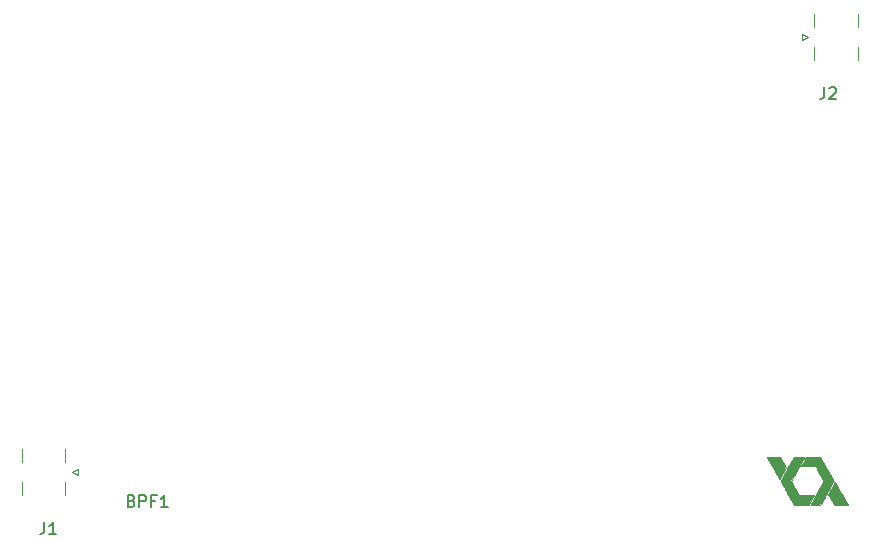
<source format=gbr>
%TF.GenerationSoftware,KiCad,Pcbnew,(5.1.5)-3*%
%TF.CreationDate,2020-11-10T23:28:26+01:00*%
%TF.ProjectId,Microstrip Filter,4d696372-6f73-4747-9269-702046696c74,1*%
%TF.SameCoordinates,Original*%
%TF.FileFunction,Legend,Top*%
%TF.FilePolarity,Positive*%
%FSLAX46Y46*%
G04 Gerber Fmt 4.6, Leading zero omitted, Abs format (unit mm)*
G04 Created by KiCad (PCBNEW (5.1.5)-3) date 2020-11-10 23:28:26*
%MOMM*%
%LPD*%
G04 APERTURE LIST*
%ADD10C,0.010000*%
%ADD11C,0.120000*%
%ADD12C,0.150000*%
G04 APERTURE END LIST*
D10*
%TO.C,G\002A\002A\002A*%
G36*
X92648840Y-67812672D02*
G01*
X93232111Y-67812989D01*
X93481976Y-68238731D01*
X93731840Y-68664473D01*
X93506816Y-69072381D01*
X93470491Y-69138245D01*
X93434457Y-69203613D01*
X93399272Y-69267468D01*
X93365497Y-69328793D01*
X93333691Y-69386572D01*
X93304413Y-69439788D01*
X93278223Y-69487425D01*
X93255680Y-69528465D01*
X93237345Y-69561893D01*
X93223775Y-69586692D01*
X93221359Y-69591119D01*
X93203474Y-69623780D01*
X93187070Y-69653477D01*
X93173025Y-69678641D01*
X93162216Y-69697703D01*
X93155522Y-69709096D01*
X93154107Y-69711273D01*
X93152620Y-69711273D01*
X93149758Y-69708632D01*
X93145299Y-69702967D01*
X93139022Y-69693896D01*
X93130705Y-69681039D01*
X93120127Y-69664014D01*
X93107066Y-69642438D01*
X93091302Y-69615931D01*
X93072612Y-69584111D01*
X93050775Y-69546596D01*
X93025570Y-69503005D01*
X92996775Y-69452956D01*
X92964169Y-69396067D01*
X92927530Y-69331957D01*
X92886637Y-69260244D01*
X92841269Y-69180547D01*
X92791203Y-69092483D01*
X92736219Y-68995672D01*
X92676095Y-68889732D01*
X92621388Y-68793287D01*
X92567461Y-68698196D01*
X92514901Y-68605512D01*
X92463991Y-68515732D01*
X92415011Y-68429353D01*
X92368245Y-68346873D01*
X92323973Y-68268787D01*
X92282477Y-68195593D01*
X92244039Y-68127788D01*
X92208941Y-68065869D01*
X92177463Y-68010332D01*
X92149889Y-67961674D01*
X92126499Y-67920393D01*
X92107575Y-67886985D01*
X92093399Y-67861947D01*
X92084253Y-67845776D01*
X92080528Y-67839167D01*
X92065568Y-67812356D01*
X92648840Y-67812672D01*
G37*
X92648840Y-67812672D02*
X93232111Y-67812989D01*
X93481976Y-68238731D01*
X93731840Y-68664473D01*
X93506816Y-69072381D01*
X93470491Y-69138245D01*
X93434457Y-69203613D01*
X93399272Y-69267468D01*
X93365497Y-69328793D01*
X93333691Y-69386572D01*
X93304413Y-69439788D01*
X93278223Y-69487425D01*
X93255680Y-69528465D01*
X93237345Y-69561893D01*
X93223775Y-69586692D01*
X93221359Y-69591119D01*
X93203474Y-69623780D01*
X93187070Y-69653477D01*
X93173025Y-69678641D01*
X93162216Y-69697703D01*
X93155522Y-69709096D01*
X93154107Y-69711273D01*
X93152620Y-69711273D01*
X93149758Y-69708632D01*
X93145299Y-69702967D01*
X93139022Y-69693896D01*
X93130705Y-69681039D01*
X93120127Y-69664014D01*
X93107066Y-69642438D01*
X93091302Y-69615931D01*
X93072612Y-69584111D01*
X93050775Y-69546596D01*
X93025570Y-69503005D01*
X92996775Y-69452956D01*
X92964169Y-69396067D01*
X92927530Y-69331957D01*
X92886637Y-69260244D01*
X92841269Y-69180547D01*
X92791203Y-69092483D01*
X92736219Y-68995672D01*
X92676095Y-68889732D01*
X92621388Y-68793287D01*
X92567461Y-68698196D01*
X92514901Y-68605512D01*
X92463991Y-68515732D01*
X92415011Y-68429353D01*
X92368245Y-68346873D01*
X92323973Y-68268787D01*
X92282477Y-68195593D01*
X92244039Y-68127788D01*
X92208941Y-68065869D01*
X92177463Y-68010332D01*
X92149889Y-67961674D01*
X92126499Y-67920393D01*
X92107575Y-67886985D01*
X92093399Y-67861947D01*
X92084253Y-67845776D01*
X92080528Y-67839167D01*
X92065568Y-67812356D01*
X92648840Y-67812672D01*
G36*
X97170547Y-68853647D02*
G01*
X97727536Y-69855427D01*
X97625493Y-70043214D01*
X97596593Y-70096445D01*
X97564220Y-70156156D01*
X97530039Y-70219269D01*
X97495716Y-70282708D01*
X97462916Y-70343395D01*
X97433304Y-70398253D01*
X97424574Y-70414445D01*
X97371086Y-70513519D01*
X97317849Y-70611788D01*
X97264225Y-70710414D01*
X97209578Y-70810560D01*
X97153268Y-70913387D01*
X97094660Y-71020058D01*
X97033115Y-71131734D01*
X96967996Y-71249577D01*
X96898664Y-71374750D01*
X96824484Y-71508414D01*
X96813709Y-71527811D01*
X96613793Y-71887645D01*
X96196494Y-71887645D01*
X96115353Y-71887611D01*
X96044864Y-71887501D01*
X95984392Y-71887306D01*
X95933300Y-71887014D01*
X95890951Y-71886614D01*
X95856710Y-71886096D01*
X95829940Y-71885447D01*
X95810006Y-71884658D01*
X95796270Y-71883718D01*
X95788097Y-71882615D01*
X95784850Y-71881339D01*
X95784908Y-71880589D01*
X95788600Y-71874409D01*
X95797269Y-71859000D01*
X95810529Y-71835068D01*
X95828000Y-71803320D01*
X95849296Y-71764464D01*
X95874036Y-71719205D01*
X95901836Y-71668249D01*
X95932313Y-71612305D01*
X95965084Y-71552079D01*
X95999766Y-71488276D01*
X96035975Y-71421604D01*
X96073328Y-71352770D01*
X96111443Y-71282480D01*
X96149936Y-71211441D01*
X96188424Y-71140360D01*
X96226523Y-71069942D01*
X96263852Y-71000896D01*
X96300026Y-70933927D01*
X96334662Y-70869742D01*
X96367378Y-70809048D01*
X96397790Y-70752552D01*
X96425514Y-70700960D01*
X96450169Y-70654978D01*
X96471371Y-70615315D01*
X96488736Y-70582675D01*
X96494128Y-70572489D01*
X96498066Y-70565280D01*
X96507022Y-70549038D01*
X96520530Y-70524598D01*
X96538130Y-70492796D01*
X96559358Y-70454468D01*
X96583750Y-70410451D01*
X96610843Y-70361579D01*
X96640176Y-70308689D01*
X96671284Y-70252617D01*
X96692188Y-70214947D01*
X96729106Y-70148407D01*
X96760899Y-70091017D01*
X96787933Y-70042064D01*
X96810569Y-70000832D01*
X96829173Y-69966608D01*
X96844107Y-69938676D01*
X96855734Y-69916321D01*
X96864419Y-69898831D01*
X96870526Y-69885488D01*
X96874416Y-69875581D01*
X96876456Y-69868392D01*
X96877007Y-69863209D01*
X96876433Y-69859316D01*
X96875098Y-69855999D01*
X96874962Y-69855721D01*
X96871263Y-69848851D01*
X96862420Y-69832736D01*
X96848776Y-69807997D01*
X96830676Y-69775256D01*
X96808464Y-69735131D01*
X96782484Y-69688244D01*
X96753080Y-69635216D01*
X96720595Y-69576666D01*
X96685375Y-69513216D01*
X96647763Y-69445486D01*
X96608103Y-69374097D01*
X96566739Y-69299668D01*
X96534141Y-69241033D01*
X96201149Y-68642139D01*
X95598845Y-68640703D01*
X94996540Y-68639267D01*
X95214651Y-68245567D01*
X95432763Y-67851867D01*
X96613557Y-67851867D01*
X97170547Y-68853647D01*
G37*
X97170547Y-68853647D02*
X97727536Y-69855427D01*
X97625493Y-70043214D01*
X97596593Y-70096445D01*
X97564220Y-70156156D01*
X97530039Y-70219269D01*
X97495716Y-70282708D01*
X97462916Y-70343395D01*
X97433304Y-70398253D01*
X97424574Y-70414445D01*
X97371086Y-70513519D01*
X97317849Y-70611788D01*
X97264225Y-70710414D01*
X97209578Y-70810560D01*
X97153268Y-70913387D01*
X97094660Y-71020058D01*
X97033115Y-71131734D01*
X96967996Y-71249577D01*
X96898664Y-71374750D01*
X96824484Y-71508414D01*
X96813709Y-71527811D01*
X96613793Y-71887645D01*
X96196494Y-71887645D01*
X96115353Y-71887611D01*
X96044864Y-71887501D01*
X95984392Y-71887306D01*
X95933300Y-71887014D01*
X95890951Y-71886614D01*
X95856710Y-71886096D01*
X95829940Y-71885447D01*
X95810006Y-71884658D01*
X95796270Y-71883718D01*
X95788097Y-71882615D01*
X95784850Y-71881339D01*
X95784908Y-71880589D01*
X95788600Y-71874409D01*
X95797269Y-71859000D01*
X95810529Y-71835068D01*
X95828000Y-71803320D01*
X95849296Y-71764464D01*
X95874036Y-71719205D01*
X95901836Y-71668249D01*
X95932313Y-71612305D01*
X95965084Y-71552079D01*
X95999766Y-71488276D01*
X96035975Y-71421604D01*
X96073328Y-71352770D01*
X96111443Y-71282480D01*
X96149936Y-71211441D01*
X96188424Y-71140360D01*
X96226523Y-71069942D01*
X96263852Y-71000896D01*
X96300026Y-70933927D01*
X96334662Y-70869742D01*
X96367378Y-70809048D01*
X96397790Y-70752552D01*
X96425514Y-70700960D01*
X96450169Y-70654978D01*
X96471371Y-70615315D01*
X96488736Y-70582675D01*
X96494128Y-70572489D01*
X96498066Y-70565280D01*
X96507022Y-70549038D01*
X96520530Y-70524598D01*
X96538130Y-70492796D01*
X96559358Y-70454468D01*
X96583750Y-70410451D01*
X96610843Y-70361579D01*
X96640176Y-70308689D01*
X96671284Y-70252617D01*
X96692188Y-70214947D01*
X96729106Y-70148407D01*
X96760899Y-70091017D01*
X96787933Y-70042064D01*
X96810569Y-70000832D01*
X96829173Y-69966608D01*
X96844107Y-69938676D01*
X96855734Y-69916321D01*
X96864419Y-69898831D01*
X96870526Y-69885488D01*
X96874416Y-69875581D01*
X96876456Y-69868392D01*
X96877007Y-69863209D01*
X96876433Y-69859316D01*
X96875098Y-69855999D01*
X96874962Y-69855721D01*
X96871263Y-69848851D01*
X96862420Y-69832736D01*
X96848776Y-69807997D01*
X96830676Y-69775256D01*
X96808464Y-69735131D01*
X96782484Y-69688244D01*
X96753080Y-69635216D01*
X96720595Y-69576666D01*
X96685375Y-69513216D01*
X96647763Y-69445486D01*
X96608103Y-69374097D01*
X96566739Y-69299668D01*
X96534141Y-69241033D01*
X96201149Y-68642139D01*
X95598845Y-68640703D01*
X94996540Y-68639267D01*
X95214651Y-68245567D01*
X95432763Y-67851867D01*
X96613557Y-67851867D01*
X97170547Y-68853647D01*
G36*
X95254900Y-67864567D02*
G01*
X95251205Y-67871305D01*
X95242443Y-67887188D01*
X95229019Y-67911487D01*
X95211335Y-67943472D01*
X95189797Y-67982413D01*
X95164807Y-68027580D01*
X95136769Y-68078243D01*
X95106086Y-68133674D01*
X95073164Y-68193142D01*
X95038405Y-68255917D01*
X95005845Y-68314711D01*
X94967605Y-68383760D01*
X94929274Y-68452973D01*
X94891437Y-68521297D01*
X94854677Y-68587676D01*
X94819579Y-68651055D01*
X94786727Y-68710381D01*
X94756705Y-68764597D01*
X94730097Y-68812651D01*
X94707487Y-68853486D01*
X94689459Y-68886048D01*
X94682097Y-68899346D01*
X94661397Y-68936992D01*
X94642480Y-68971880D01*
X94626051Y-69002669D01*
X94612816Y-69028021D01*
X94603479Y-69046597D01*
X94598746Y-69057058D01*
X94598332Y-69058398D01*
X94595290Y-69065076D01*
X94587161Y-69080850D01*
X94574362Y-69104959D01*
X94557307Y-69136640D01*
X94536413Y-69175132D01*
X94512094Y-69219673D01*
X94484765Y-69269501D01*
X94454842Y-69323856D01*
X94422740Y-69381974D01*
X94388874Y-69443095D01*
X94373775Y-69470286D01*
X94151502Y-69870312D01*
X94492382Y-70483867D01*
X94833261Y-71097422D01*
X95437212Y-71097422D01*
X95518705Y-71097465D01*
X95596929Y-71097589D01*
X95671155Y-71097788D01*
X95740657Y-71098057D01*
X95804707Y-71098391D01*
X95862577Y-71098784D01*
X95913540Y-71099230D01*
X95956868Y-71099723D01*
X95991834Y-71100258D01*
X96017711Y-71100830D01*
X96033770Y-71101432D01*
X96039284Y-71102060D01*
X96039282Y-71102074D01*
X96036356Y-71107654D01*
X96028458Y-71122395D01*
X96015998Y-71145537D01*
X95999387Y-71176319D01*
X95979037Y-71213979D01*
X95955359Y-71257758D01*
X95928765Y-71306894D01*
X95899666Y-71360627D01*
X95868473Y-71418196D01*
X95835598Y-71478841D01*
X95825733Y-71497031D01*
X95614067Y-71887336D01*
X94990356Y-71887385D01*
X94366645Y-71887433D01*
X93808315Y-70881975D01*
X93753389Y-70783030D01*
X93699941Y-70686682D01*
X93648226Y-70593397D01*
X93598503Y-70503640D01*
X93551029Y-70417881D01*
X93506062Y-70336584D01*
X93463859Y-70260217D01*
X93424677Y-70189246D01*
X93388774Y-70124139D01*
X93356407Y-70065361D01*
X93327834Y-70013381D01*
X93303312Y-69968663D01*
X93283099Y-69931676D01*
X93267452Y-69902886D01*
X93256629Y-69882759D01*
X93250886Y-69871763D01*
X93249985Y-69869756D01*
X93252686Y-69864228D01*
X93260615Y-69849300D01*
X93273517Y-69825441D01*
X93291133Y-69793116D01*
X93313205Y-69752791D01*
X93339478Y-69704935D01*
X93369692Y-69650014D01*
X93403590Y-69588493D01*
X93440916Y-69520841D01*
X93481412Y-69447524D01*
X93524819Y-69369008D01*
X93570881Y-69285760D01*
X93619341Y-69198248D01*
X93669940Y-69106937D01*
X93722422Y-69012295D01*
X93776529Y-68914789D01*
X93808315Y-68857537D01*
X94366645Y-67852078D01*
X94814165Y-67851972D01*
X95261686Y-67851867D01*
X95254900Y-67864567D01*
G37*
X95254900Y-67864567D02*
X95251205Y-67871305D01*
X95242443Y-67887188D01*
X95229019Y-67911487D01*
X95211335Y-67943472D01*
X95189797Y-67982413D01*
X95164807Y-68027580D01*
X95136769Y-68078243D01*
X95106086Y-68133674D01*
X95073164Y-68193142D01*
X95038405Y-68255917D01*
X95005845Y-68314711D01*
X94967605Y-68383760D01*
X94929274Y-68452973D01*
X94891437Y-68521297D01*
X94854677Y-68587676D01*
X94819579Y-68651055D01*
X94786727Y-68710381D01*
X94756705Y-68764597D01*
X94730097Y-68812651D01*
X94707487Y-68853486D01*
X94689459Y-68886048D01*
X94682097Y-68899346D01*
X94661397Y-68936992D01*
X94642480Y-68971880D01*
X94626051Y-69002669D01*
X94612816Y-69028021D01*
X94603479Y-69046597D01*
X94598746Y-69057058D01*
X94598332Y-69058398D01*
X94595290Y-69065076D01*
X94587161Y-69080850D01*
X94574362Y-69104959D01*
X94557307Y-69136640D01*
X94536413Y-69175132D01*
X94512094Y-69219673D01*
X94484765Y-69269501D01*
X94454842Y-69323856D01*
X94422740Y-69381974D01*
X94388874Y-69443095D01*
X94373775Y-69470286D01*
X94151502Y-69870312D01*
X94492382Y-70483867D01*
X94833261Y-71097422D01*
X95437212Y-71097422D01*
X95518705Y-71097465D01*
X95596929Y-71097589D01*
X95671155Y-71097788D01*
X95740657Y-71098057D01*
X95804707Y-71098391D01*
X95862577Y-71098784D01*
X95913540Y-71099230D01*
X95956868Y-71099723D01*
X95991834Y-71100258D01*
X96017711Y-71100830D01*
X96033770Y-71101432D01*
X96039284Y-71102060D01*
X96039282Y-71102074D01*
X96036356Y-71107654D01*
X96028458Y-71122395D01*
X96015998Y-71145537D01*
X95999387Y-71176319D01*
X95979037Y-71213979D01*
X95955359Y-71257758D01*
X95928765Y-71306894D01*
X95899666Y-71360627D01*
X95868473Y-71418196D01*
X95835598Y-71478841D01*
X95825733Y-71497031D01*
X95614067Y-71887336D01*
X94990356Y-71887385D01*
X94366645Y-71887433D01*
X93808315Y-70881975D01*
X93753389Y-70783030D01*
X93699941Y-70686682D01*
X93648226Y-70593397D01*
X93598503Y-70503640D01*
X93551029Y-70417881D01*
X93506062Y-70336584D01*
X93463859Y-70260217D01*
X93424677Y-70189246D01*
X93388774Y-70124139D01*
X93356407Y-70065361D01*
X93327834Y-70013381D01*
X93303312Y-69968663D01*
X93283099Y-69931676D01*
X93267452Y-69902886D01*
X93256629Y-69882759D01*
X93250886Y-69871763D01*
X93249985Y-69869756D01*
X93252686Y-69864228D01*
X93260615Y-69849300D01*
X93273517Y-69825441D01*
X93291133Y-69793116D01*
X93313205Y-69752791D01*
X93339478Y-69704935D01*
X93369692Y-69650014D01*
X93403590Y-69588493D01*
X93440916Y-69520841D01*
X93481412Y-69447524D01*
X93524819Y-69369008D01*
X93570881Y-69285760D01*
X93619341Y-69198248D01*
X93669940Y-69106937D01*
X93722422Y-69012295D01*
X93776529Y-68914789D01*
X93808315Y-68857537D01*
X94366645Y-67852078D01*
X94814165Y-67851972D01*
X95261686Y-67851867D01*
X95254900Y-67864567D01*
G36*
X97854837Y-69993967D02*
G01*
X97863091Y-70007723D01*
X97876262Y-70030147D01*
X97894023Y-70060664D01*
X97916047Y-70098698D01*
X97942004Y-70143676D01*
X97971568Y-70195022D01*
X98004410Y-70252162D01*
X98040202Y-70314521D01*
X98078617Y-70381524D01*
X98119327Y-70452596D01*
X98162003Y-70527163D01*
X98206319Y-70604649D01*
X98251946Y-70684481D01*
X98298557Y-70766082D01*
X98345822Y-70848879D01*
X98393416Y-70932297D01*
X98441009Y-71015760D01*
X98488274Y-71098695D01*
X98534883Y-71180526D01*
X98580509Y-71260678D01*
X98624822Y-71338577D01*
X98667497Y-71413647D01*
X98708203Y-71485315D01*
X98746615Y-71553006D01*
X98782403Y-71616143D01*
X98815241Y-71674154D01*
X98844800Y-71726462D01*
X98870752Y-71772494D01*
X98892769Y-71811674D01*
X98910524Y-71843428D01*
X98923689Y-71867180D01*
X98931936Y-71882357D01*
X98934882Y-71888207D01*
X98929629Y-71888987D01*
X98913659Y-71889718D01*
X98887541Y-71890395D01*
X98851847Y-71891014D01*
X98807148Y-71891570D01*
X98754014Y-71892057D01*
X98693016Y-71892471D01*
X98624725Y-71892806D01*
X98549712Y-71893057D01*
X98468548Y-71893219D01*
X98381803Y-71893287D01*
X98364288Y-71893289D01*
X97791812Y-71893289D01*
X97785683Y-71879838D01*
X97782273Y-71873727D01*
X97773644Y-71858743D01*
X97760300Y-71835746D01*
X97742744Y-71805595D01*
X97721479Y-71769146D01*
X97697009Y-71727260D01*
X97669838Y-71680796D01*
X97640469Y-71630611D01*
X97609406Y-71577564D01*
X97577152Y-71522514D01*
X97544210Y-71466320D01*
X97511085Y-71409841D01*
X97478279Y-71353934D01*
X97446296Y-71299460D01*
X97415640Y-71247276D01*
X97386815Y-71198241D01*
X97360322Y-71153213D01*
X97336668Y-71113053D01*
X97316353Y-71078617D01*
X97299883Y-71050765D01*
X97287761Y-71030356D01*
X97280490Y-71018248D01*
X97279884Y-71017257D01*
X97277593Y-71008218D01*
X97281285Y-70995511D01*
X97287467Y-70983391D01*
X97297564Y-70965337D01*
X97312142Y-70939415D01*
X97330750Y-70906421D01*
X97352934Y-70867153D01*
X97378242Y-70822408D01*
X97406220Y-70772984D01*
X97436417Y-70719679D01*
X97468378Y-70663290D01*
X97501651Y-70604615D01*
X97535783Y-70544451D01*
X97570322Y-70483595D01*
X97604815Y-70422845D01*
X97638808Y-70363000D01*
X97671849Y-70304855D01*
X97703486Y-70249209D01*
X97733264Y-70196860D01*
X97760732Y-70148604D01*
X97785437Y-70105239D01*
X97806925Y-70067564D01*
X97824744Y-70036375D01*
X97838441Y-70012469D01*
X97847564Y-69996646D01*
X97851659Y-69989701D01*
X97851828Y-69989453D01*
X97854837Y-69993967D01*
G37*
X97854837Y-69993967D02*
X97863091Y-70007723D01*
X97876262Y-70030147D01*
X97894023Y-70060664D01*
X97916047Y-70098698D01*
X97942004Y-70143676D01*
X97971568Y-70195022D01*
X98004410Y-70252162D01*
X98040202Y-70314521D01*
X98078617Y-70381524D01*
X98119327Y-70452596D01*
X98162003Y-70527163D01*
X98206319Y-70604649D01*
X98251946Y-70684481D01*
X98298557Y-70766082D01*
X98345822Y-70848879D01*
X98393416Y-70932297D01*
X98441009Y-71015760D01*
X98488274Y-71098695D01*
X98534883Y-71180526D01*
X98580509Y-71260678D01*
X98624822Y-71338577D01*
X98667497Y-71413647D01*
X98708203Y-71485315D01*
X98746615Y-71553006D01*
X98782403Y-71616143D01*
X98815241Y-71674154D01*
X98844800Y-71726462D01*
X98870752Y-71772494D01*
X98892769Y-71811674D01*
X98910524Y-71843428D01*
X98923689Y-71867180D01*
X98931936Y-71882357D01*
X98934882Y-71888207D01*
X98929629Y-71888987D01*
X98913659Y-71889718D01*
X98887541Y-71890395D01*
X98851847Y-71891014D01*
X98807148Y-71891570D01*
X98754014Y-71892057D01*
X98693016Y-71892471D01*
X98624725Y-71892806D01*
X98549712Y-71893057D01*
X98468548Y-71893219D01*
X98381803Y-71893287D01*
X98364288Y-71893289D01*
X97791812Y-71893289D01*
X97785683Y-71879838D01*
X97782273Y-71873727D01*
X97773644Y-71858743D01*
X97760300Y-71835746D01*
X97742744Y-71805595D01*
X97721479Y-71769146D01*
X97697009Y-71727260D01*
X97669838Y-71680796D01*
X97640469Y-71630611D01*
X97609406Y-71577564D01*
X97577152Y-71522514D01*
X97544210Y-71466320D01*
X97511085Y-71409841D01*
X97478279Y-71353934D01*
X97446296Y-71299460D01*
X97415640Y-71247276D01*
X97386815Y-71198241D01*
X97360322Y-71153213D01*
X97336668Y-71113053D01*
X97316353Y-71078617D01*
X97299883Y-71050765D01*
X97287761Y-71030356D01*
X97280490Y-71018248D01*
X97279884Y-71017257D01*
X97277593Y-71008218D01*
X97281285Y-70995511D01*
X97287467Y-70983391D01*
X97297564Y-70965337D01*
X97312142Y-70939415D01*
X97330750Y-70906421D01*
X97352934Y-70867153D01*
X97378242Y-70822408D01*
X97406220Y-70772984D01*
X97436417Y-70719679D01*
X97468378Y-70663290D01*
X97501651Y-70604615D01*
X97535783Y-70544451D01*
X97570322Y-70483595D01*
X97604815Y-70422845D01*
X97638808Y-70363000D01*
X97671849Y-70304855D01*
X97703486Y-70249209D01*
X97733264Y-70196860D01*
X97760732Y-70148604D01*
X97785437Y-70105239D01*
X97806925Y-70067564D01*
X97824744Y-70036375D01*
X97838441Y-70012469D01*
X97847564Y-69996646D01*
X97851659Y-69989701D01*
X97851828Y-69989453D01*
X97854837Y-69993967D01*
D11*
%TO.C,J1*%
X32698000Y-69928000D02*
X32698000Y-71038000D01*
X32698000Y-67138000D02*
X32698000Y-68248000D01*
X28988000Y-69928000D02*
X28988000Y-71038000D01*
X28988000Y-67138000D02*
X28988000Y-68248000D01*
X33248000Y-69088000D02*
X33748000Y-69338000D01*
X33748000Y-69338000D02*
X33748000Y-68838000D01*
X33748000Y-68838000D02*
X33248000Y-69088000D01*
%TO.C,J2*%
X95030000Y-32508000D02*
X95530000Y-32258000D01*
X95030000Y-32008000D02*
X95030000Y-32508000D01*
X95530000Y-32258000D02*
X95030000Y-32008000D01*
X99790000Y-34208000D02*
X99790000Y-33098000D01*
X99790000Y-31418000D02*
X99790000Y-30308000D01*
X96080000Y-34208000D02*
X96080000Y-33098000D01*
X96080000Y-31418000D02*
X96080000Y-30308000D01*
%TO.C,J1*%
D12*
X30908666Y-73366380D02*
X30908666Y-74080666D01*
X30861047Y-74223523D01*
X30765809Y-74318761D01*
X30622952Y-74366380D01*
X30527714Y-74366380D01*
X31908666Y-74366380D02*
X31337238Y-74366380D01*
X31622952Y-74366380D02*
X31622952Y-73366380D01*
X31527714Y-73509238D01*
X31432476Y-73604476D01*
X31337238Y-73652095D01*
%TO.C,J2*%
X96948666Y-36536380D02*
X96948666Y-37250666D01*
X96901047Y-37393523D01*
X96805809Y-37488761D01*
X96662952Y-37536380D01*
X96567714Y-37536380D01*
X97377238Y-36631619D02*
X97424857Y-36584000D01*
X97520095Y-36536380D01*
X97758190Y-36536380D01*
X97853428Y-36584000D01*
X97901047Y-36631619D01*
X97948666Y-36726857D01*
X97948666Y-36822095D01*
X97901047Y-36964952D01*
X97329619Y-37536380D01*
X97948666Y-37536380D01*
%TO.C,BPF1*%
X38290666Y-71556571D02*
X38433523Y-71604190D01*
X38481142Y-71651809D01*
X38528761Y-71747047D01*
X38528761Y-71889904D01*
X38481142Y-71985142D01*
X38433523Y-72032761D01*
X38338285Y-72080380D01*
X37957333Y-72080380D01*
X37957333Y-71080380D01*
X38290666Y-71080380D01*
X38385904Y-71128000D01*
X38433523Y-71175619D01*
X38481142Y-71270857D01*
X38481142Y-71366095D01*
X38433523Y-71461333D01*
X38385904Y-71508952D01*
X38290666Y-71556571D01*
X37957333Y-71556571D01*
X38957333Y-72080380D02*
X38957333Y-71080380D01*
X39338285Y-71080380D01*
X39433523Y-71128000D01*
X39481142Y-71175619D01*
X39528761Y-71270857D01*
X39528761Y-71413714D01*
X39481142Y-71508952D01*
X39433523Y-71556571D01*
X39338285Y-71604190D01*
X38957333Y-71604190D01*
X40290666Y-71556571D02*
X39957333Y-71556571D01*
X39957333Y-72080380D02*
X39957333Y-71080380D01*
X40433523Y-71080380D01*
X41338285Y-72080380D02*
X40766857Y-72080380D01*
X41052571Y-72080380D02*
X41052571Y-71080380D01*
X40957333Y-71223238D01*
X40862095Y-71318476D01*
X40766857Y-71366095D01*
%TD*%
M02*

</source>
